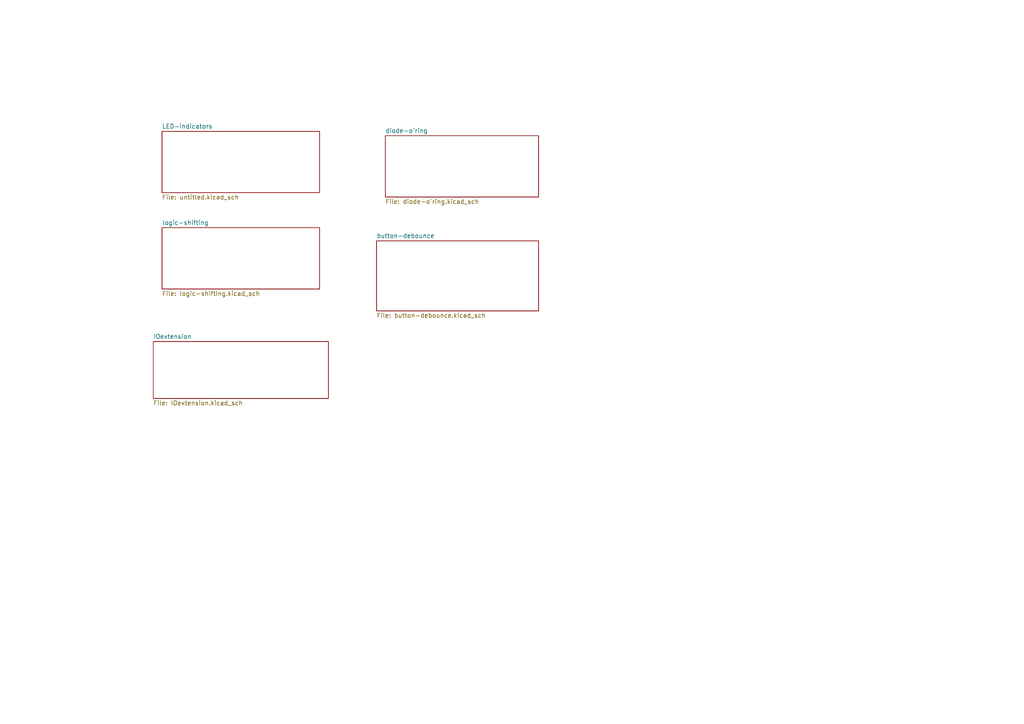
<source format=kicad_sch>
(kicad_sch (version 20211123) (generator eeschema)
  (paper "A4")
  (lib_symbols)
  (sheet (at 109.22 69.85) (size 46.99 20.32) (stroke (width 0.1524))
    (property "Sheet name" "button-debounce" (at 109.22 69.1384 0) (effects (justify left bottom)))
    (property "Sheet file" "button-debounce.kicad_sch" (at 109.22 90.7546 0) (effects (justify left top)))
  )
  (sheet (at 46.99 38.1) (size 45.72 17.78) (stroke (width 0.1524))
    (property "Sheet name" "LED-indicators" (at 46.99 37.3884 0) (effects (justify left bottom)))
    (property "Sheet file" "untitled.kicad_sch" (at 46.99 56.4646 0) (effects (justify left top)))
  )
  (sheet (at 46.99 66.04) (size 45.72 17.78) (stroke (width 0.1524))
    (property "Sheet name" "logic-shifting" (at 46.99 65.3284 0) (effects (justify left bottom)))
    (property "Sheet file" "logic-shifting.kicad_sch" (at 46.99 84.4046 0) (effects (justify left top)))
  )
  (sheet (at 44.45 99.06) (size 50.8 16.51) (stroke (width 0.1524))
    (property "Sheet name" "IOextension" (at 44.45 98.3484 0) (effects (justify left bottom)))
    (property "Sheet file" "IOextension.kicad_sch" (at 44.45 116.1546 0) (effects (justify left top)))
  )
  (sheet (at 111.76 39.37) (size 44.45 17.78) (stroke (width 0.1524))
    (property "Sheet name" "diode-o'ring" (at 111.76 38.6584 0) (effects (justify left bottom)))
    (property "Sheet file" "diode-o'ring.kicad_sch" (at 111.76 57.7346 0) (effects (justify left top)))
  )
)
</source>
